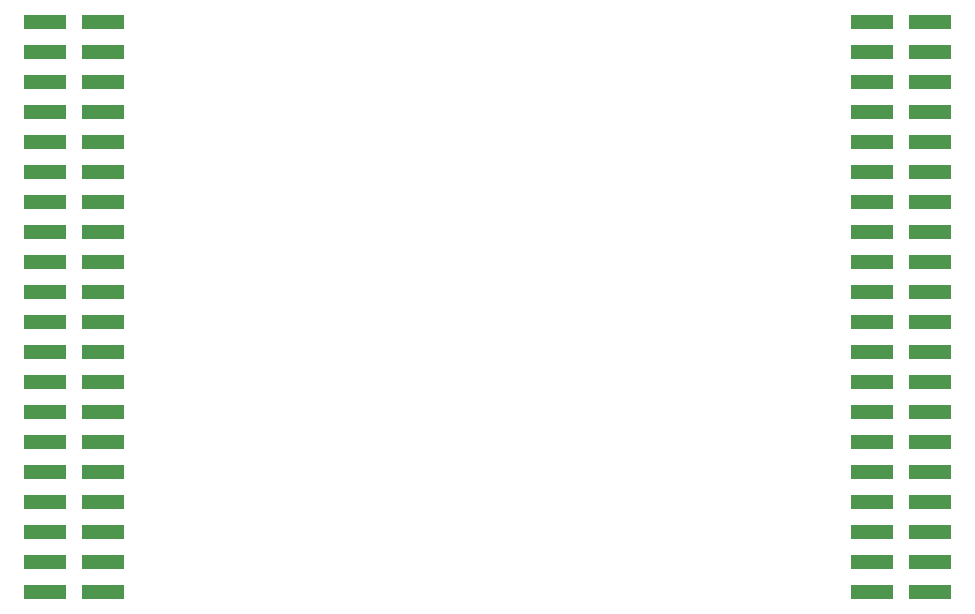
<source format=gbr>
G04 #@! TF.GenerationSoftware,KiCad,Pcbnew,(5.1.9)-1*
G04 #@! TF.CreationDate,2021-12-17T10:10:50-05:00*
G04 #@! TF.ProjectId,500x500-dc-metro-map-dev,35303078-3530-4302-9d64-632d6d657472,rev?*
G04 #@! TF.SameCoordinates,Original*
G04 #@! TF.FileFunction,Paste,Bot*
G04 #@! TF.FilePolarity,Positive*
%FSLAX46Y46*%
G04 Gerber Fmt 4.6, Leading zero omitted, Abs format (unit mm)*
G04 Created by KiCad (PCBNEW (5.1.9)-1) date 2021-12-17 10:10:50*
%MOMM*%
%LPD*%
G01*
G04 APERTURE LIST*
%ADD10R,3.680000X1.270000*%
G04 APERTURE END LIST*
D10*
G04 #@! TO.C,J1*
X376797800Y-266547600D03*
X381747800Y-266547600D03*
X376797800Y-264007600D03*
X381747800Y-264007600D03*
X376797800Y-261467600D03*
X381747800Y-261467600D03*
X376797800Y-258927600D03*
X381747800Y-258927600D03*
X376797800Y-256387600D03*
X381747800Y-256387600D03*
X376797800Y-253847600D03*
X381747800Y-253847600D03*
X376797800Y-251307600D03*
X381747800Y-251307600D03*
X376797800Y-248767600D03*
X381747800Y-248767600D03*
X376797800Y-246227600D03*
X381747800Y-246227600D03*
X376797800Y-243687600D03*
X381747800Y-243687600D03*
X376797800Y-241147600D03*
X381747800Y-241147600D03*
X376797800Y-238607600D03*
X381747800Y-238607600D03*
X376797800Y-236067600D03*
X381747800Y-236067600D03*
X376797800Y-233527600D03*
X381747800Y-233527600D03*
X376797800Y-230987600D03*
X381747800Y-230987600D03*
X376797800Y-228447600D03*
X381747800Y-228447600D03*
X376797800Y-225907600D03*
X381747800Y-225907600D03*
X376797800Y-223367600D03*
X381747800Y-223367600D03*
X376797800Y-220827600D03*
X381747800Y-220827600D03*
X376797800Y-218287600D03*
X381747800Y-218287600D03*
X311747800Y-218287600D03*
X306797800Y-261467600D03*
X306797800Y-218287600D03*
X311747800Y-225907600D03*
X311747800Y-238607600D03*
X306797800Y-238607600D03*
X311747800Y-246227600D03*
X306797800Y-251307600D03*
X306797800Y-220827600D03*
X306797800Y-223367600D03*
X311747800Y-223367600D03*
X311747800Y-230987600D03*
X311747800Y-248767600D03*
X311747800Y-233527600D03*
X306797800Y-248767600D03*
X311747800Y-253847600D03*
X311747800Y-256387600D03*
X306797800Y-230987600D03*
X311747800Y-261467600D03*
X306797800Y-266547600D03*
X311747800Y-243687600D03*
X306797800Y-228447600D03*
X311747800Y-258927600D03*
X311747800Y-220827600D03*
X306797800Y-246227600D03*
X306797800Y-236067600D03*
X306797800Y-253847600D03*
X311747800Y-266547600D03*
X306797800Y-258927600D03*
X311747800Y-264007600D03*
X306797800Y-243687600D03*
X311747800Y-228447600D03*
X306797800Y-256387600D03*
X306797800Y-225907600D03*
X311747800Y-236067600D03*
X311747800Y-241147600D03*
X306797800Y-241147600D03*
X306797800Y-233527600D03*
X311747800Y-251307600D03*
X306797800Y-264007600D03*
G04 #@! TD*
M02*

</source>
